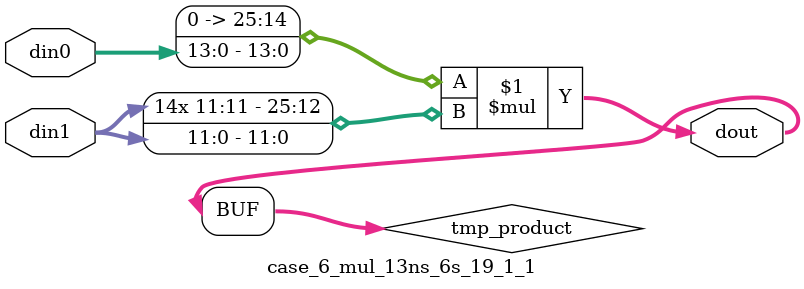
<source format=v>

`timescale 1 ns / 1 ps

 (* use_dsp = "no" *)  module case_6_mul_13ns_6s_19_1_1(din0, din1, dout);
parameter ID = 1;
parameter NUM_STAGE = 0;
parameter din0_WIDTH = 14;
parameter din1_WIDTH = 12;
parameter dout_WIDTH = 26;

input [din0_WIDTH - 1 : 0] din0; 
input [din1_WIDTH - 1 : 0] din1; 
output [dout_WIDTH - 1 : 0] dout;

wire signed [dout_WIDTH - 1 : 0] tmp_product;

























assign tmp_product = $signed({1'b0, din0}) * $signed(din1);










assign dout = tmp_product;





















endmodule

</source>
